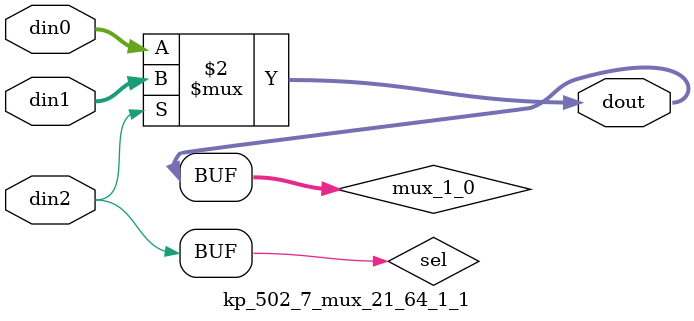
<source format=v>

`timescale 1ns/1ps

module kp_502_7_mux_21_64_1_1 #(
parameter
    ID                = 0,
    NUM_STAGE         = 1,
    din0_WIDTH       = 32,
    din1_WIDTH       = 32,
    din2_WIDTH         = 32,
    dout_WIDTH            = 32
)(
    input  [63 : 0]     din0,
    input  [63 : 0]     din1,
    input  [0 : 0]    din2,
    output [63 : 0]   dout);

// puts internal signals
wire [0 : 0]     sel;
// level 1 signals
wire [63 : 0]         mux_1_0;

assign sel = din2;

// Generate level 1 logic
assign mux_1_0 = (sel[0] == 0)? din0 : din1;

// output logic
assign dout = mux_1_0;

endmodule

</source>
